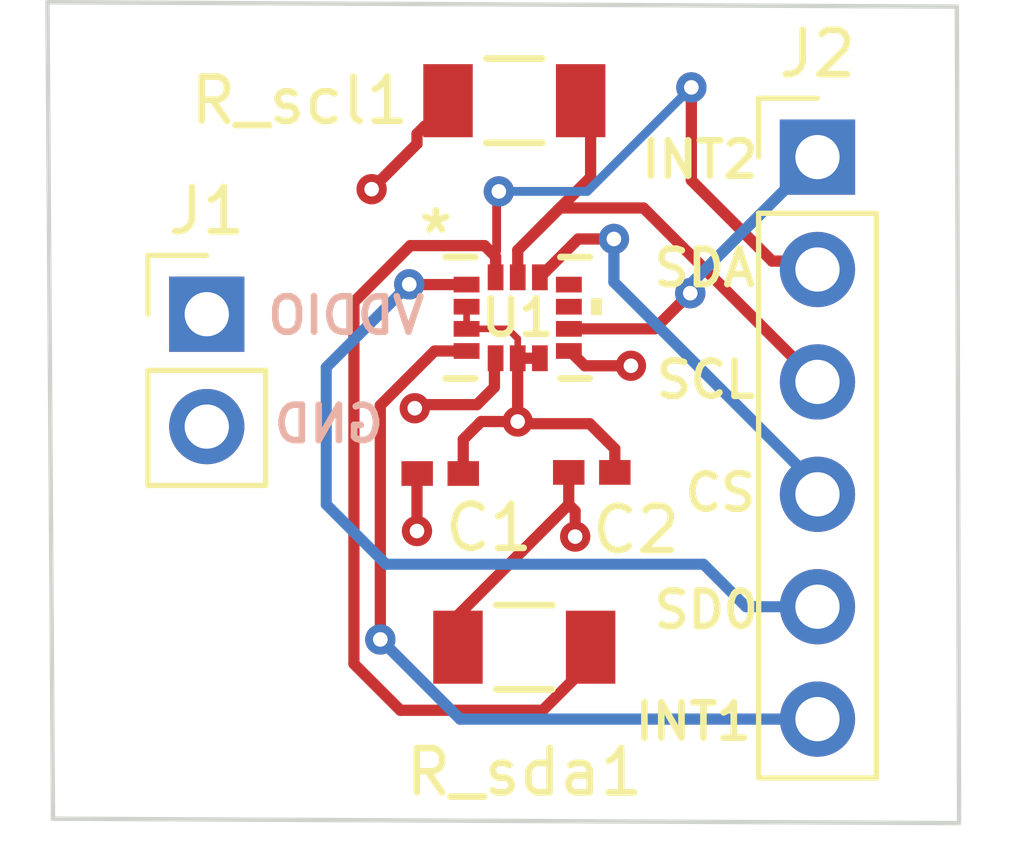
<source format=kicad_pcb>
(kicad_pcb (version 20221018) (generator pcbnew)
  (layers (0 "F.Cu" signal "Front") (1 "In1.Cu" signal) (2 "In2.Cu" signal) (31 "B.Cu" signal "Back") (34 "B.Paste" user) (35 "F.Paste" user) (36 "B.SilkS" user "B.Silkscreen") (37 "F.SilkS" user "F.Silkscreen") (38 "B.Mask" user) (39 "F.Mask" user) (44 "Edge.Cuts" user))
  (net 0 "")
  (net 1 "Net-(U1-VDD)")
  (net 2 "GND")
  (net 3 "VDDIO")
  (net 4 "/SCL")
  (net 5 "/SDA")
  (net 6 "/SDO{slash}SA0")
  (net 7 "/INT1")
  (net 8 "/INT2")
  (net 11 "/CS")
  (footprint "imu:QFN_6DSLTR_STM" (layer "F.Cu") (at 129.7266 86.856)
    (fp_text reference "U1" (at 0 0 unlocked) (layer "F.SilkS") (effects (font (size 0.8 0.8))))
    (fp_text value "LSM6DSLTR")
    (fp_text user "*" (at -1.8516 -1.881 unlocked) (layer "F.SilkS"))
    (fp_line (start -1.6256 1.3716) (end -0.966817 1.3716) (stroke (width 0.1524)) (layer "F.SilkS"))
    (fp_line (start -0.966817 -1.3716) (end -1.6256 -1.3716) (stroke (width 0.1524)) (layer "F.SilkS"))
    (fp_line (start 0.966817 1.3716) (end 1.6256 1.3716) (stroke (width 0.1524)) (layer "F.SilkS"))
    (fp_line (start 1.6256 -1.3716) (end 0.966817 -1.3716) (stroke (width 0.1524)) (layer "F.SilkS"))
    (fp_poly (pts (xy 1.905 -0.440563) (xy 1.905 -0.059563) (xy 1.651 -0.059563) (xy 1.651 -0.440563)) (fill solid) (layer "F.SilkS"))
    (pad "1" smd rect (at -1.1557 -0.750189 90) (size 0.3556 0.5842) (layers "F.Cu" "F.Paste" "F.Mask") (net 6 "/SDO{slash}SA0"))
    (pad "2" smd rect (at -1.1557 -0.250063 90) (size 0.3556 0.5842) (layers "F.Cu" "F.Paste" "F.Mask") (net 2 "GND"))
    (pad "3" smd rect (at -1.1557 0.250063 90) (size 0.3556 0.5842) (layers "F.Cu" "F.Paste" "F.Mask") (net 2 "GND"))
    (pad "4" smd rect (at -1.1557 0.750189 90) (size 0.3556 0.5842) (layers "F.Cu" "F.Paste" "F.Mask") (net 7 "/INT1"))
    (pad "5" smd rect (at -0.500126 0.9144) (size 0.3556 0.5842) (layers "F.Cu" "F.Paste" "F.Mask") (net 3 "VDDIO"))
    (pad "6" smd rect (at 0 0.9144) (size 0.3556 0.5842) (layers "F.Cu" "F.Paste" "F.Mask") (net 2 "GND"))
    (pad "7" smd rect (at 0.500126 0.9144) (size 0.3556 0.5842) (layers "F.Cu" "F.Paste" "F.Mask") (net 2 "GND"))
    (pad "8" smd rect (at 1.1557 0.750189 90) (size 0.3556 0.5842) (layers "F.Cu" "F.Paste" "F.Mask") (net 1 "Net-(U1-VDD)"))
    (pad "9" smd rect (at 1.1557 0.250063 90) (size 0.3556 0.5842) (layers "F.Cu" "F.Paste" "F.Mask") (net 8 "/INT2"))
    (pad "10" smd rect (at 1.1557 -0.250063 90) (size 0.3556 0.5842) (layers "F.Cu" "F.Paste" "F.Mask"))
    (pad "11" smd rect (at 1.1557 -0.750189 90) (size 0.3556 0.5842) (layers "F.Cu" "F.Paste" "F.Mask"))
    (pad "12" smd rect (at 0.500126 -0.9144) (size 0.3556 0.5842) (layers "F.Cu" "F.Paste" "F.Mask") (net 11 "/CS"))
    (pad "13" smd rect (at 0 -0.9144) (size 0.3556 0.5842) (layers "F.Cu" "F.Paste" "F.Mask") (net 4 "/SCL"))
    (pad "14" smd rect (at -0.500126 -0.9144) (size 0.3556 0.5842) (layers "F.Cu" "F.Paste" "F.Mask") (net 5 "/SDA"))
  )
  (footprint "ceramic_cap:CAP_GRM155_MUR" (layer "F.Cu") (at 131.4 90.35)
    (fp_text reference "C2" (at 1 1.3 unlocked) (layer "F.SilkS"))
    (fp_text value "100nF")
    (pad "1" smd rect (at -0.5207 0) (size 0.7112 0.5588) (layers "F.Cu" "F.Paste" "F.Mask") (net 3 "VDDIO"))
    (pad "2" smd rect (at 0.5207 0) (size 0.7112 0.5588) (layers "F.Cu" "F.Paste" "F.Mask") (net 2 "GND"))
  )
  (footprint "Connector_PinHeader_2.54mm:PinHeader_1x02_P2.54mm_Vertical" (layer "F.Cu") (at 122.7 86.775)
    (fp_text reference "J1" (at 0 -2.33) (layer "F.SilkS"))
    (fp_text value "Conn_01x02")
    (fp_line (start -1.33 -1.33) (end 0 -1.33) (stroke (width 0.12)) (layer "F.SilkS"))
    (fp_line (start -1.33 0) (end -1.33 -1.33) (stroke (width 0.12)) (layer "F.SilkS"))
    (fp_line (start -1.33 1.27) (end -1.33 3.87) (stroke (width 0.12)) (layer "F.SilkS"))
    (fp_line (start -1.33 1.27) (end 1.33 1.27) (stroke (width 0.12)) (layer "F.SilkS"))
    (fp_line (start -1.33 3.87) (end 1.33 3.87) (stroke (width 0.12)) (layer "F.SilkS"))
    (fp_line (start 1.33 1.27) (end 1.33 3.87) (stroke (width 0.12)) (layer "F.SilkS"))
    (pad "1" thru_hole rect (at 0 0) (size 1.7 1.7) (drill 1) (layers "*.Cu" "*.Mask") (net 3 "VDDIO"))
    (pad "2" thru_hole oval (at 0 2.54) (size 1.7 1.7) (drill 1) (layers "*.Cu" "*.Mask") (net 2 "GND"))
  )
  (footprint "res_1k:1206_PAN" (layer "F.Cu") (at 129.65 81.95)
    (fp_text reference "R_scl1" (at -4.85 0 unlocked) (layer "F.SilkS"))
    (fp_text value "1k")
    (fp_line (start -0.63225 0.9525) (end 0.63225 0.9525) (stroke (width 0.1524)) (layer "F.SilkS"))
    (fp_line (start 0.63225 -0.9525) (end -0.63225 -0.9525) (stroke (width 0.1524)) (layer "F.SilkS"))
    (pad "1" smd rect (at -1.4986 0) (size 1.1176 1.651) (layers "F.Cu" "F.Paste" "F.Mask") (net 3 "VDDIO"))
    (pad "2" smd rect (at 1.4986 0) (size 1.1176 1.651) (layers "F.Cu" "F.Paste" "F.Mask") (net 4 "/SCL"))
  )
  (footprint "Connector_PinHeader_2.54mm:PinHeader_1x06_P2.54mm_Vertical" (layer "F.Cu") (at 136.5 83.225)
    (fp_text reference "J2" (at 0 -2.33) (layer "F.SilkS"))
    (fp_text value "Conn_01x06")
    (fp_line (start -1.33 -1.33) (end 0 -1.33) (stroke (width 0.12)) (layer "F.SilkS"))
    (fp_line (start -1.33 0) (end -1.33 -1.33) (stroke (width 0.12)) (layer "F.SilkS"))
    (fp_line (start -1.33 1.27) (end -1.33 14.03) (stroke (width 0.12)) (layer "F.SilkS"))
    (fp_line (start -1.33 1.27) (end 1.33 1.27) (stroke (width 0.12)) (layer "F.SilkS"))
    (fp_line (start -1.33 14.03) (end 1.33 14.03) (stroke (width 0.12)) (layer "F.SilkS"))
    (fp_line (start 1.33 1.27) (end 1.33 14.03) (stroke (width 0.12)) (layer "F.SilkS"))
    (pad "1" thru_hole rect (at 0 0) (size 1.7 1.7) (drill 1) (layers "*.Cu" "*.Mask") (net 8 "/INT2"))
    (pad "2" thru_hole oval (at 0 2.54) (size 1.7 1.7) (drill 1) (layers "*.Cu" "*.Mask") (net 5 "/SDA"))
    (pad "3" thru_hole oval (at 0 5.08) (size 1.7 1.7) (drill 1) (layers "*.Cu" "*.Mask") (net 4 "/SCL"))
    (pad "4" thru_hole oval (at 0 7.62) (size 1.7 1.7) (drill 1) (layers "*.Cu" "*.Mask") (net 11 "/CS"))
    (pad "5" thru_hole oval (at 0 10.16) (size 1.7 1.7) (drill 1) (layers "*.Cu" "*.Mask") (net 6 "/SDO{slash}SA0"))
    (pad "6" thru_hole oval (at 0 12.7) (size 1.7 1.7) (drill 1) (layers "*.Cu" "*.Mask") (net 7 "/INT1"))
  )
  (footprint "ceramic_cap:CAP_GRM155_MUR" (layer "F.Cu") (at 127.975 90.375)
    (fp_text reference "C1" (at 1.1 1.225 unlocked) (layer "F.SilkS"))
    (fp_text value "100nF")
    (pad "1" smd rect (at -0.5207 0) (size 0.7112 0.5588) (layers "F.Cu" "F.Paste" "F.Mask") (net 1 "Net-(U1-VDD)"))
    (pad "2" smd rect (at 0.5207 0) (size 0.7112 0.5588) (layers "F.Cu" "F.Paste" "F.Mask") (net 2 "GND"))
  )
  (footprint "res_1k:1206_PAN" (layer "F.Cu") (at 129.875 94.3)
    (fp_text reference "R_sda1" (at 0 2.825 unlocked) (layer "F.SilkS"))
    (fp_text value "1k")
    (fp_line (start -0.63225 0.9525) (end 0.63225 0.9525) (stroke (width 0.1524)) (layer "F.SilkS"))
    (fp_line (start 0.63225 -0.9525) (end -0.63225 -0.9525) (stroke (width 0.1524)) (layer "F.SilkS"))
    (pad "1" smd rect (at -1.4986 0) (size 1.1176 1.651) (layers "F.Cu" "F.Paste" "F.Mask") (net 3 "VDDIO"))
    (pad "2" smd rect (at 1.4986 0) (size 1.1176 1.651) (layers "F.Cu" "F.Paste" "F.Mask") (net 5 "/SDA"))
  )
  (gr_line (start 119.1 79.725) (end 139.65 79.825) (stroke (width 0.1)) (layer "Edge.Cuts"))
  (gr_line (start 119.225 98.175) (end 139.7 98.275) (stroke (width 0.1)) (layer "Edge.Cuts"))
  (gr_line (start 119.1 79.725) (end 119.225 98.175) (stroke (width 0.1)) (layer "Edge.Cuts"))
  (gr_line (start 139.7 98.275) (end 139.65 79.825) (stroke (width 0.1)) (layer "Edge.Cuts"))
  (gr_text "VDDIO\n" (at 127.7 87.275) (layer "B.SilkS") (effects (font (size 0.8 0.8) (thickness 0.15) bold) (justify left bottom mirror)))
  (gr_text "GND\n" (at 126.775 89.725) (layer "B.SilkS") (effects (font (size 0.8 0.8) (thickness 0.15) bold) (justify left bottom mirror)))
  (gr_text "CS\n" (at 133.425 91.275) (layer "F.SilkS") (effects (font (size 0.8 0.8) (thickness 0.15) bold) (justify left bottom)))
  (gr_text "SDA\n" (at 132.725 86.2) (layer "F.SilkS") (effects (font (size 0.8 0.8) (thickness 0.15) bold) (justify left bottom)))
  (gr_text "SCL\n" (at 132.775 88.725) (layer "F.SilkS") (effects (font (size 0.8 0.8) (thickness 0.15) bold) (justify left bottom)))
  (gr_text "SD0\n" (at 132.725 93.925) (layer "F.SilkS") (effects (font (size 0.8 0.8) (thickness 0.15) bold) (justify left bottom)))
  (gr_text "INT1\n" (at 132.3 96.45) (layer "F.SilkS") (effects (font (size 0.8 0.8) (thickness 0.15) bold) (justify left bottom)))
  (gr_text "INT2" (at 132.45 83.75) (layer "F.SilkS") (effects (font (size 0.8 0.8)) (justify left bottom)))
  (segment (start 127.45 91.675) (end 127.45 90.3793) (width 0.254) (layer "F.Cu") (net 1))
  (segment (start 130.893811 87.606189) (end 130.8823 87.606189) (width 0.254) (layer "F.Cu") (net 1))
  (segment (start 131.240282 87.940282) (end 130.9 87.6) (width 0.254) (layer "F.Cu") (net 1))
  (segment (start 130.9 87.6) (end 130.893811 87.606189) (width 0.254) (layer "F.Cu") (net 1))
  (segment (start 132.284718 87.940282) (end 131.240282 87.940282) (width 0.254) (layer "F.Cu") (net 1))
  (segment (start 127.45 90.3793) (end 127.4543 90.375) (width 0.254) (layer "F.Cu") (net 1))
  (via (at 132.284718 87.940282) (size 0.6858) (drill 0.3302) (layers "F.Cu" "B.Cu") (remove_unused_layers) (net 1))
  (via (at 127.45 91.675) (size 0.6858) (drill 0.3302) (layers "F.Cu" "B.Cu") (remove_unused_layers) (net 1))
  (segment (start 128.5709 86.605937) (end 128.5709 87.106063) (width 0.15) (layer "F.Cu") (net 2))
  (segment (start 128.4957 89.6043) (end 128.9 89.2) (width 0.254) (layer "F.Cu") (net 2))
  (segment (start 129.775 89.25) (end 131.3541 89.25) (width 0.254) (layer "F.Cu") (net 2))
  (segment (start 131.3541 89.25) (end 131.9207 89.8166) (width 0.254) (layer "F.Cu") (net 2))
  (segment (start 129.504363 87.106063) (end 129.7266 87.3283) (width 0.15) (layer "F.Cu") (net 2))
  (segment (start 130.226726 87.7704) (end 129.7266 87.7704) (width 0.254) (layer "F.Cu") (net 2))
  (segment (start 129.7266 87.3283) (end 129.7266 87.7704) (width 0.15) (layer "F.Cu") (net 2))
  (segment (start 128.9 89.2) (end 129.725 89.2) (width 0.254) (layer "F.Cu") (net 2))
  (segment (start 128.4957 90.375) (end 128.4957 89.6043) (width 0.254) (layer "F.Cu") (net 2))
  (segment (start 131.9207 89.8166) (end 131.9207 90.35) (width 0.254) (layer "F.Cu") (net 2))
  (segment (start 129.725 89.2) (end 129.725 87.772) (width 0.254) (layer "F.Cu") (net 2))
  (segment (start 128.5709 87.106063) (end 129.504363 87.106063) (width 0.15) (layer "F.Cu") (net 2))
  (segment (start 129.725 89.2) (end 129.775 89.25) (width 0.254) (layer "F.Cu") (net 2))
  (segment (start 129.725 87.772) (end 129.7266 87.7704) (width 0.254) (layer "F.Cu") (net 2))
  (via (at 129.725 89.2) (size 0.6858) (drill 0.3302) (layers "F.Cu" "B.Cu") (remove_unused_layers) (zone_layer_connections "In2.Cu") (net 2))
  (segment (start 129.2 87.775) (end 129.2 88.425) (width 0.254) (layer "F.Cu") (net 3))
  (segment (start 128.3764 93.5779) (end 128.3764 94.3) (width 0.254) (layer "F.Cu") (net 3))
  (segment (start 130.8793 91.075) (end 128.3764 93.5779) (width 0.254) (layer "F.Cu") (net 3))
  (segment (start 131.025 91.2207) (end 130.8793 91.075) (width 0.25) (layer "F.Cu") (net 3))
  (segment (start 128.806 88.819) (end 127.481 88.819) (width 0.254) (layer "F.Cu") (net 3))
  (segment (start 127.625 82.525) (end 128.3764 82.525) (width 0.254) (layer "F.Cu") (net 3))
  (segment (start 131.025 91.8) (end 131.025 91.2207) (width 0.25) (layer "F.Cu") (net 3))
  (segment (start 127.45 82.7) (end 127.625 82.525) (width 0.254) (layer "F.Cu") (net 3))
  (segment (start 129.2 88.425) (end 128.806 88.819) (width 0.254) (layer "F.Cu") (net 3))
  (segment (start 129.2046 87.7704) (end 129.2 87.775) (width 0.254) (layer "F.Cu") (net 3))
  (segment (start 129.226474 87.7704) (end 129.2046 87.7704) (width 0.254) (layer "F.Cu") (net 3))
  (segment (start 127.45 82.925) (end 127.45 82.7) (width 0.254) (layer "F.Cu") (net 3))
  (segment (start 127.481 88.819) (end 127.4 88.9) (width 0.254) (layer "F.Cu") (net 3))
  (segment (start 130.8793 91.075) (end 130.8793 90.35) (width 0.254) (layer "F.Cu") (net 3))
  (segment (start 126.425 83.95) (end 127.45 82.925) (width 0.254) (layer "F.Cu") (net 3))
  (via (at 127.4 88.9) (size 0.6858) (drill 0.3302) (layers "F.Cu" "B.Cu") (remove_unused_layers) (zone_layer_connections "In1.Cu") (net 3))
  (via (at 131.025 91.8) (size 0.6858) (drill 0.3302) (layers "F.Cu" "B.Cu") (remove_unused_layers) (zone_layer_connections "In1.Cu") (net 3))
  (via (at 126.425 83.95) (size 0.6858) (drill 0.3302) (layers "F.Cu" "B.Cu") (remove_unused_layers) (zone_layer_connections "In1.Cu") (net 3))
  (segment (start 131.3736 83.680174) (end 130.201887 84.851887) (width 0.254) (layer "F.Cu") (net 4))
  (segment (start 130.678774 84.375) (end 130.201887 84.851887) (width 0.254) (layer "F.Cu") (net 4))
  (segment (start 130.201887 84.851887) (end 129.7266 85.327174) (width 0.254) (layer "F.Cu") (net 4))
  (segment (start 129.7266 85.327174) (end 129.7266 85.9416) (width 0.254) (layer "F.Cu") (net 4))
  (segment (start 132.57 84.375) (end 130.678774 84.375) (width 0.254) (layer "F.Cu") (net 4))
  (segment (start 136.5 88.305) (end 132.57 84.375) (width 0.254) (layer "F.Cu") (net 4))
  (segment (start 131.3736 82.525) (end 131.3736 83.680174) (width 0.254) (layer "F.Cu") (net 4))
  (segment (start 133.65 81.65) (end 133.65 83.75) (width 0.254) (layer "F.Cu") (net 5))
  (segment (start 129.226474 85.9416) (end 129.226474 85.475) (width 0.254) (layer "F.Cu") (net 5))
  (segment (start 130.293306 95.725) (end 131.3736 94.644706) (width 0.254) (layer "F.Cu") (net 5))
  (segment (start 135.475 85.575) (end 136.5 85.575) (width 0.254) (layer "F.Cu") (net 5))
  (segment (start 127.075 95.725) (end 130.293306 95.725) (width 0.254) (layer "F.Cu") (net 5))
  (segment (start 131.3736 94.644706) (end 131.3736 94.3) (width 0.254) (layer "F.Cu") (net 5))
  (segment (start 129.25 84.05) (end 129.25 85.35) (width 0.2) (layer "F.Cu") (net 5))
  (segment (start 129.3 84) (end 129.25 84.05) (width 0.2) (layer "F.Cu") (net 5))
  (segment (start 126.025 86.5) (end 126.025 94.675) (width 0.254) (layer "F.Cu") (net 5))
  (segment (start 128.976474 85.225) (end 127.3 85.225) (width 0.254) (layer "F.Cu") (net 5))
  (segment (start 129.3 84) (end 129.226474 84.073526) (width 0.2) (layer "F.Cu") (net 5))
  (segment (start 126.025 94.675) (end 127.075 95.725) (width 0.254) (layer "F.Cu") (net 5))
  (segment (start 129.226474 85.475) (end 128.976474 85.225) (width 0.254) (layer "F.Cu") (net 5))
  (segment (start 127.3 85.225) (end 126.025 86.5) (width 0.254) (layer "F.Cu") (net 5))
  (segment (start 133.65 83.75) (end 135.475 85.575) (width 0.254) (layer "F.Cu") (net 5))
  (segment (start 136.5 85.575) (end 136.5 85.765) (width 0.254) (layer "F.Cu") (net 5))
  (via (at 129.3 84) (size 0.6858) (drill 0.3302) (layers "F.Cu" "B.Cu") (remove_unused_layers) (net 5))
  (via (at 133.65 81.65) (size 0.6858) (drill 0.3302) (layers "F.Cu" "B.Cu") (remove_unused_layers) (net 5))
  (segment (start 129.3 84) (end 131.3 84) (width 0.2) (layer "B.Cu") (net 5))
  (segment (start 131.3 84) (end 133.65 81.65) (width 0.2) (layer "B.Cu") (net 5))
  (segment (start 128.5709 86.105811) (end 127.280811 86.105811) (width 0.254) (layer "F.Cu") (net 6))
  (segment (start 127.280811 86.105811) (end 127.275 86.1) (width 0.254) (layer "F.Cu") (net 6))
  (via (at 127.275 86.1) (size 0.6858) (drill 0.3302) (layers "F.Cu" "B.Cu") (remove_unused_layers) (net 6))
  (segment (start 125.4 87.975) (end 127.275 86.1) (width 0.25) (layer "B.Cu") (net 6))
  (segment (start 133.925 92.425) (end 126.75 92.425) (width 0.25) (layer "B.Cu") (net 6))
  (segment (start 126.75 92.425) (end 125.4 91.075) (width 0.25) (layer "B.Cu") (net 6))
  (segment (start 136.5 93.385) (end 134.885 93.385) (width 0.25) (layer "B.Cu") (net 6))
  (segment (start 134.885 93.385) (end 133.925 92.425) (width 0.25) (layer "B.Cu") (net 6))
  (segment (start 125.4 91.075) (end 125.4 87.975) (width 0.25) (layer "B.Cu") (net 6))
  (segment (start 127.849666 87.606189) (end 128.5709 87.606189) (width 0.254) (layer "F.Cu") (net 7))
  (segment (start 126.6214 88.834455) (end 127.849666 87.606189) (width 0.254) (layer "F.Cu") (net 7))
  (segment (start 126.6214 94.125) (end 126.6214 88.834455) (width 0.254) (layer "F.Cu") (net 7))
  (via (at 126.6214 94.125) (size 0.6858) (drill 0.3302) (layers "F.Cu" "B.Cu") (remove_unused_layers) (net 7))
  (segment (start 128.425 95.925) (end 126.75 94.25) (width 0.254) (layer "B.Cu") (net 7))
  (segment (start 136.5 95.925) (end 128.425 95.925) (width 0.254) (layer "B.Cu") (net 7))
  (segment (start 133.625 86.3) (end 132.818937 87.106063) (width 0.254) (layer "F.Cu") (net 8))
  (segment (start 132.818937 87.106063) (end 130.8823 87.106063) (width 0.254) (layer "F.Cu") (net 8))
  (via (at 133.625 86.3) (size 0.6858) (drill 0.3302) (layers "F.Cu" "B.Cu") (remove_unused_layers) (net 8))
  (segment (start 133.625 86.3) (end 133.625 86.1) (width 0.254) (layer "B.Cu") (net 8))
  (segment (start 133.625 86.1) (end 136.5 83.225) (width 0.254) (layer "B.Cu") (net 8))
  (segment (start 131.093326 85.075) (end 131.9 85.075) (width 0.254) (layer "F.Cu") (net 11))
  (segment (start 130.226726 85.9416) (end 131.093326 85.075) (width 0.254) (layer "F.Cu") (net 11))
  (via (at 131.9 85.075) (size 0.6858) (drill 0.3302) (layers "F.Cu" "B.Cu") (remove_unused_layers) (net 11))
  (segment (start 131.9 86.05) (end 131.9 85.075) (width 0.254) (layer "B.Cu") (net 11))
  (segment (start 136.5 90.845) (end 136.5 90.65) (width 0.254) (layer "B.Cu") (net 11))
  (segment (start 136.5 90.65) (end 131.9 86.05) (width 0.254) (layer "B.Cu") (net 11))
)
</source>
